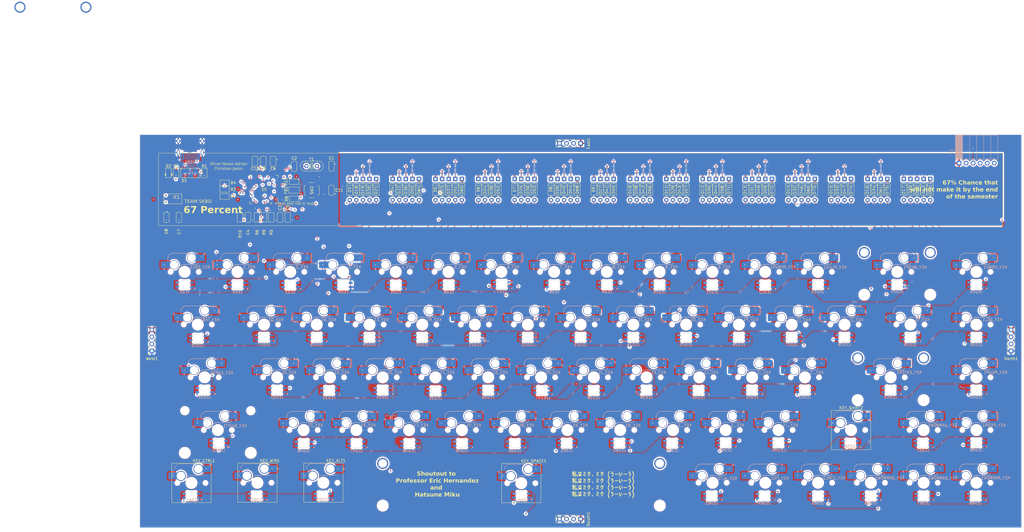
<source format=kicad_pcb>
(kicad_pcb
	(version 20241229)
	(generator "pcbnew")
	(generator_version "9.0")
	(general
		(thickness 1.6)
		(legacy_teardrops no)
	)
	(paper "A3")
	(layers
		(0 "F.Cu" signal)
		(4 "In1.Cu" signal)
		(6 "In2.Cu" signal)
		(2 "B.Cu" signal)
		(9 "F.Adhes" user "F.Adhesive")
		(11 "B.Adhes" user "B.Adhesive")
		(13 "F.Paste" user)
		(15 "B.Paste" user)
		(5 "F.SilkS" user "F.Silkscreen")
		(7 "B.SilkS" user "B.Silkscreen")
		(1 "F.Mask" user)
		(3 "B.Mask" user)
		(17 "Dwgs.User" user "User.Drawings")
		(19 "Cmts.User" user "User.Comments")
		(21 "Eco1.User" user "User.Eco1")
		(23 "Eco2.User" user "User.Eco2")
		(25 "Edge.Cuts" user)
		(27 "Margin" user)
		(31 "F.CrtYd" user "F.Courtyard")
		(29 "B.CrtYd" user "B.Courtyard")
		(35 "F.Fab" user)
		(33 "B.Fab" user)
		(39 "User.1" user)
		(41 "User.2" user)
		(43 "User.3" user)
		(45 "User.4" user)
		(47 "User.5" user)
		(49 "User.6" user)
		(51 "User.7" user)
		(53 "User.8" user)
		(55 "User.9" user)
	)
	(setup
		(stackup
			(layer "F.SilkS"
				(type "Top Silk Screen")
			)
			(layer "F.Paste"
				(type "Top Solder Paste")
			)
			(layer "F.Mask"
				(type "Top Solder Mask")
				(thickness 0.01)
			)
			(layer "F.Cu"
				(type "copper")
				(thickness 0.035)
			)
			(layer "dielectric 1"
				(type "prepreg")
				(thickness 0.1)
				(material "FR4")
				(epsilon_r 4.5)
				(loss_tangent 0.02)
			)
			(layer "In1.Cu"
				(type "copper")
				(thickness 0.035)
			)
			(layer "dielectric 2"
				(type "core")
				(thickness 1.24)
				(material "FR4")
				(epsilon_r 4.5)
				(loss_tangent 0.02)
			)
			(layer "In2.Cu"
				(type "copper")
				(thickness 0.035)
			)
			(layer "dielectric 3"
				(type "prepreg")
				(thickness 0.1)
				(material "FR4")
				(epsilon_r 4.5)
				(loss_tangent 0.02)
			)
			(layer "B.Cu"
				(type "copper")
				(thickness 0.035)
			)
			(layer "B.Mask"
				(type "Bottom Solder Mask")
				(thickness 0.01)
			)
			(layer "B.Paste"
				(type "Bottom Solder Paste")
			)
			(layer "B.SilkS"
				(type "Bottom Silk Screen")
			)
			(copper_finish "HAL lead-free")
			(dielectric_constraints no)
		)
		(pad_to_mask_clearance 0)
		(allow_soldermask_bridges_in_footprints no)
		(tenting front back)
		(grid_origin 44.85125 47.625)
		(pcbplotparams
			(layerselection 0x00000000_00000000_55555555_5755f5ff)
			(plot_on_all_layers_selection 0x00000000_00000000_00000000_00000000)
			(disableapertmacros no)
			(usegerberextensions no)
			(usegerberattributes yes)
			(usegerberadvancedattributes yes)
			(creategerberjobfile yes)
			(dashed_line_dash_ratio 12.000000)
			(dashed_line_gap_ratio 3.000000)
			(svgprecision 4)
			(plotframeref no)
			(mode 1)
			(useauxorigin no)
			(hpglpennumber 1)
			(hpglpenspeed 20)
			(hpglpendiameter 15.000000)
			(pdf_front_fp_property_popups yes)
			(pdf_back_fp_property_popups yes)
			(pdf_metadata yes)
			(pdf_single_document no)
			(dxfpolygonmode yes)
			(dxfimperialunits yes)
			(dxfusepcbnewfont yes)
			(psnegative no)
			(psa4output no)
			(plot_black_and_white yes)
			(sketchpadsonfab no)
			(plotpadnumbers no)
			(hidednponfab no)
			(sketchdnponfab yes)
			(crossoutdnponfab yes)
			(subtractmaskfromsilk no)
			(outputformat 1)
			(mirror no)
			(drillshape 1)
			(scaleselection 1)
			(outputdirectory "")
		)
	)
	(net 0 "")
	(net 1 "GND")
	(net 2 "+3.3V")
	(net 3 "+5V")
	(net 4 "Net-(D3-A)")
	(net 5 "Net-(D4-A)")
	(net 6 "Net-(D5-A)")
	(net 7 "Net-(D6-A)")
	(net 8 "Net-(D7-A)")
	(net 9 "Net-(D8-A)")
	(net 10 "Net-(D9-A)")
	(net 11 "Net-(D10-A)")
	(net 12 "Net-(D11-A)")
	(net 13 "Net-(D12-A)")
	(net 14 "Net-(D13-A)")
	(net 15 "Net-(D14-A)")
	(net 16 "Net-(D15-A)")
	(net 17 "Net-(D16-A)")
	(net 18 "Net-(D17-A)")
	(net 19 "Net-(D18-A)")
	(net 20 "Net-(D19-A)")
	(net 21 "Net-(D20-A)")
	(net 22 "Net-(D21-A)")
	(net 23 "Net-(D22-A)")
	(net 24 "Net-(D23-A)")
	(net 25 "Net-(D29-A)")
	(net 26 "Net-(D30-A)")
	(net 27 "Net-(D31-A)")
	(net 28 "Net-(D32-A)")
	(net 29 "Net-(D33-A)")
	(net 30 "Net-(D24-A)")
	(net 31 "Net-(D25-A)")
	(net 32 "Net-(D26-A)")
	(net 33 "Net-(D27-A)")
	(net 34 "Net-(D28-A)")
	(net 35 "Net-(D34-A)")
	(net 36 "/COL2")
	(net 37 "/COL3")
	(net 38 "/COL4")
	(net 39 "/COL5")
	(net 40 "/COL1")
	(net 41 "Net-(LED1-DOUT)")
	(net 42 "/RGB_DATAIN")
	(net 43 "Net-(U1-OSCIN)")
	(net 44 "Net-(U1-OSCOUT)")
	(net 45 "Net-(U1-VCAP)")
	(net 46 "/NRST")
	(net 47 "/D+")
	(net 48 "/D-")
	(net 49 "/ROW1")
	(net 50 "/ROW2")
	(net 51 "/ROW3")
	(net 52 "/ROW4")
	(net 53 "/ROW5")
	(net 54 "Net-(D35-A)")
	(net 55 "/UART_TX_EAST")
	(net 56 "/UART_RX_EAST")
	(net 57 "Net-(U1-VDDA)")
	(net 58 "Net-(D36-A)")
	(net 59 "Net-(D37-A)")
	(net 60 "Net-(D38-A)")
	(net 61 "Net-(D39-A)")
	(net 62 "Net-(D40-A)")
	(net 63 "Net-(D41-A)")
	(net 64 "Net-(D42-A)")
	(net 65 "Net-(D43-A)")
	(net 66 "Net-(D44-A)")
	(net 67 "Net-(D45-A)")
	(net 68 "Net-(D46-A)")
	(net 69 "Net-(D47-A)")
	(net 70 "Net-(D48-A)")
	(net 71 "Net-(D50-A)")
	(net 72 "Net-(D51-A)")
	(net 73 "Net-(D52-A)")
	(net 74 "Net-(D53-A)")
	(net 75 "Net-(D54-A)")
	(net 76 "Net-(D55-A)")
	(net 77 "Net-(D56-A)")
	(net 78 "Net-(D57-A)")
	(net 79 "Net-(D58-A)")
	(net 80 "/UART_TX_NORTH")
	(net 81 "/UART_RX_NORTH")
	(net 82 "Net-(USB1-CC2)")
	(net 83 "Net-(USB1-CC1)")
	(net 84 "Net-(U1-PA11)")
	(net 85 "Net-(U1-PA12)")
	(net 86 "Net-(U1-BOOT)")
	(net 87 "/JTCLK")
	(net 88 "Net-(J1-Pin_2)")
	(net 89 "/JTMS")
	(net 90 "Net-(J1-Pin_4)")
	(net 91 "Net-(J1-Pin_5)")
	(net 92 "Net-(J1-Pin_6)")
	(net 93 "/SWO")
	(net 94 "/UART_TX_SOUTH")
	(net 95 "/UART_RX_SOUTH")
	(net 96 "unconnected-(U1-PB12-Pad33)")
	(net 97 "AGND")
	(net 98 "Net-(D59-A)")
	(net 99 "/UART_TX_WEST")
	(net 100 "unconnected-(U1-PC14-Pad3)")
	(net 101 "unconnected-(U1-PC15-Pad4)")
	(net 102 "Net-(D60-A)")
	(net 103 "Net-(D61-A)")
	(net 104 "Net-(D62-A)")
	(net 105 "unconnected-(U1-PC1-Pad9)")
	(net 106 "unconnected-(U1-PC3-Pad11)")
	(net 107 "Net-(D64-A)")
	(net 108 "unconnected-(U1-PC2-Pad10)")
	(net 109 "Net-(D65-A)")
	(net 110 "Net-(D68-A)")
	(net 111 "/UART_RX_WEST")
	(net 112 "Net-(D71-A)")
	(net 113 "Net-(D72-A)")
	(net 114 "Net-(D73-A)")
	(net 115 "unconnected-(U1-PC0-Pad8)")
	(net 116 "unconnected-(U1-PC13-Pad2)")
	(net 117 "Net-(D2-A)")
	(net 118 "unconnected-(USB1-SBU2-Pad3)")
	(net 119 "unconnected-(USB1-SBU1-Pad9)")
	(net 120 "unconnected-(U1-PB8-Pad61)")
	(net 121 "unconnected-(U1-PB9-Pad62)")
	(net 122 "Net-(D74-A)")
	(net 123 "Net-(D75-A)")
	(net 124 "Net-(D76-A)")
	(net 125 "/COL12")
	(net 126 "/COL9")
	(net 127 "/COL10")
	(net 128 "/COL11")
	(net 129 "/COL6")
	(net 130 "/COL7")
	(net 131 "/COL8")
	(net 132 "/COL14")
	(net 133 "/COL13")
	(net 134 "/COL15")
	(net 135 "unconnected-(U1-PC4-Pad24)")
	(net 136 "Net-(LED2-DOUT)")
	(net 137 "Net-(LED3-DOUT)")
	(net 138 "Net-(LED4-DOUT)")
	(net 139 "Net-(LED5-DOUT)")
	(net 140 "Net-(LED6-DOUT)")
	(net 141 "Net-(LED7-DOUT)")
	(net 142 "Net-(LED8-DOUT)")
	(net 143 "Net-(LED10-DIN)")
	(net 144 "Net-(LED10-DOUT)")
	(net 145 "Net-(LED11-DOUT)")
	(net 146 "Net-(LED12-DOUT)")
	(net 147 "Net-(LED13-DOUT)")
	(net 148 "Net-(LED14-DOUT)")
	(net 149 "Net-(LED15-DOUT)")
	(net 150 "Net-(LED16-DOUT)")
	(net 151 "Net-(LED17-DOUT)")
	(net 152 "Net-(LED18-DOUT)")
	(net 153 "Net-(LED19-DOUT)")
	(net 154 "Net-(LED20-DOUT)")
	(net 155 "Net-(LED21-DOUT)")
	(net 156 "Net-(LED22-DOUT)")
	(net 157 "Net-(LED23-DOUT)")
	(net 158 "Net-(LED24-DOUT)")
	(net 159 "Net-(LED25-DOUT)")
	(net 160 "Net-(LED26-DOUT)")
	(net 161 "Net-(LED27-DOUT)")
	(net 162 "Net-(LED28-DOUT)")
	(net 163 "Net-(LED29-DOUT)")
	(net 164 "Net-(LED30-DOUT)")
	(net 165 "Net-(LED31-DOUT)")
	(net 166 "Net-(LED32-DOUT)")
	(net 167 "Net-(LED33-DOUT)")
	(net 168 "Net-(LED34-DOUT)")
	(net 169 "Net-(LED35-DOUT)")
	(net 170 "Net-(LED36-DOUT)")
	(net 171 "Net-(LED37-DOUT)")
	(net 172 "Net-(LED38-DOUT)")
	(net 173 "Net-(LED39-DOUT)")
	(net 174 "Net-(LED40-DOUT)")
	(net 175 "Net-(LED41-DOUT)")
	(net 176 "Net-(LED42-DOUT)")
	(net 177 "Net-(LED43-DOUT)")
	(net 178 "Net-(LED44-DOUT)")
	(net 179 "Net-(LED45-DOUT)")
	(net 180 "Net-(LED46-DOUT)")
	(net 181 "Net-(LED47-DOUT)")
	(net 182 "Net-(LED48-DOUT)")
	(net 183 "Net-(LED49-DOUT)")
	(net 184 "Net-(LED50-DOUT)")
	(net 185 "Net-(LED51-DOUT)")
	(net 186 "Net-(LED52-DOUT)")
	(net 187 "Net-(LED53-DOUT)")
	(net 188 "Net-(LED54-DOUT)")
	(net 189 "Net-(LED55-DOUT)")
	(net 190 "Net-(LED56-DOUT)")
	(net 191 "Net-(LED57-DOUT)")
	(net 192 "Net-(LED58-DOUT)")
	(net 193 "Net-(LED59-DOUT)")
	(net 194 "Net-(LED60-DOUT)")
	(net 195 "Net-(LED61-DOUT)")
	(net 196 "Net-(LED62-DOUT)")
	(net 197 "Net-(LED63-DOUT)")
	(net 198 "Net-(LED64-DOUT)")
	(net 199 "Net-(LED65-DOUT)")
	(net 200 "Net-(LED66-DOUT)")
	(net 201 "Net-(LED67-DOUT)")
	(net 202 "unconnected-(LED68-DOUT-Pad2)")
	(net 203 "unconnected-(U1-PA6-Pad22)")
	(net 204 "unconnected-(U1-PA4-Pad20)")
	(net 205 "unconnected-(U1-PA7-Pad23)")
	(footprint "PCM_Resistor_SMD_AKL:R_0805_2012Metric" (layer "F.Cu") (at 87.6083 77.925 90))
	(footprint "PCM_4ms_Diode:D_DO-35_P7.62mm_Horizontal" (layer "F.Cu") (at 141.2919 67.8656 -90))
	(footprint "PCM_Capacitor_SMD_AKL:C_0805_2012Metric" (layer "F.Cu") (at 54.8513 77.95 90))
	(footprint "PCM_4ms_Diode:D_DO-35_P7.62mm_Horizontal" (layer "F.Cu") (at 216.3013 67.8656 -90))
	(footprint "PCM_4ms_Diode:D_DO-35_P7.62mm_Horizontal" (layer "F.Cu") (at 257.9731 67.8656 -90))
	(footprint "PCM_4ms_Diode:D_DO-35_P7.62mm_Horizontal" (layer "F.Cu") (at 172.2481 67.8656 -90))
	(footprint "PCM_4ms_Diode:D_DO-35_P7.62mm_Horizontal" (layer "F.Cu") (at 138.9106 67.8656 -90))
	(footprint "PCM_marbastlib-mx:STAB_MX_P_2u" (layer "F.Cu") (at 318.695 97.6312))
	(footprint "PCM_4ms_Diode:D_DO-35_P7.62mm_Horizontal" (layer "F.Cu") (at 237.7325 67.8656 -90))
	(footprint "PCM_Resistor_SMD_AKL:R_0805_2012Metric" (layer "F.Cu") (at 100.9513 65.025))
	(footprint "PCM_4ms_Diode:D_DO-35_P7.62mm_Horizontal" (layer "F.Cu") (at 123.4325 67.8656 -90))
	(footprint "PCM_4ms_Diode:D_DO-35_P7.62mm_Horizontal" (layer "F.Cu") (at 121.0513 67.8656 -90))
	(footprint "PCM_Switch_Keyboard_Hotswap_Kailh:SW_Hotswap_Kailh_MX_Plated_1.25u" (layer "F.Cu") (at 63.9013 173.8939))
	(footprint "PCM_4ms_Diode:D_DO-35_P7.62mm_Horizontal" (layer "F.Cu") (at 154.3888 67.8656 -90))
	(footprint "PCM_Switch_Keyboard_Hotswap_Kailh:SW_Hotswap_Kailh_MX_Plated_1.25u" (layer "F.Cu") (at 182.9638 173.99))
	(footprint "PCM_4ms_Diode:D_DO-35_P7.62mm_Horizontal" (layer "F.Cu") (at 271.07 67.8656 -90))
	(footprint "PCM_4ms_Diode:D_DO-35_P7.62mm_Horizontal" (layer "F.Cu") (at 161.5325 67.8656 -90))
	(footprint "Connector_PinSocket_2.54mm:PinSocket_1x04_P2.54mm_Vertical" (layer "F.Cu") (at 359.7718 126.2063 180))
	(footprint "PCM_Resistor_SMD_AKL:R_0805_2012Metric" (layer "F.Cu") (at 92.7083 77.925 90))
	(footprint "PCM_Resistor_SMD_AKL:R_0805_2012Metric" (layer "F.Cu") (at 81.4763 77.925 90))
	(footprint "Connector_PinSocket_2.54mm:PinSocket_1x04_P2.54mm_Vertical" (layer "F.Cu") (at 49.6138 126.2063 180))
	(footprint "PCM_4ms_Diode:D_DO-35_P7.62mm_Horizontal" (layer "F.Cu") (at 198.4419 67.8656 -90))
	(footprint "PCM_4ms_Diode:D_DO-35_P7.62mm_Horizontal" (layer "F.Cu") (at 196.0606 67.8656 -90))
	(footprint "PCM_4ms_Diode:D_DO-35_P7.62mm_Horizontal" (layer "F.Cu") (at 328.22 67.8656 -90))
	(footprint "PCM_4ms_Diode:D_DO-35_P7.62mm_Horizontal" (layer "F.Cu") (at 321.0763 67.8656 -90))
	(footprint "PCM_4ms_Diode:D_DO-35_P7.62mm_Horizontal" (layer "F.Cu") (at 279.4044 67.8656 -90))
	(footprint "PCM_4ms_Diode:D_DO-35_P7.62mm_Horizontal" (layer "F.Cu") (at 227.0169 67.8656 -90))
	(footprint "PCM_4ms_Diode:D_DO-35_P7.62mm_Horizontal" (layer "F.Cu") (at 297.2638 67.8656 -90))
	(footprint "PCM_4ms_Diode:D_DO-35_P7.62mm_Horizontal" (layer "F.Cu") (at 323.4575 67.8656 -90))
	(footprint "PCM_4ms_Diode:D_DO-35_P7.62mm_Horizontal" (layer "F.Cu") (at 273.4513 67.8656 -90))
	(footprint "PCM_4ms_Diode:D_DO-35_P7.62mm_Horizontal" (layer "F.Cu") (at 248.4481 67.8656 -90))
	(footprint "PCM_4ms_Diode:D_DO-35_P7.62mm_Horizontal" (layer "F.Cu") (at 253.2106 67.8656 -90))
	(footprint "PCM_marbastlib-mx:STAB_MX_2.25u" (layer "F.Cu") (at 73.4263 154.7812))
	(footprint "PCM_4ms_Diode:D_DO-35_P7.62mm_Horizontal" (layer "F.Cu") (at 136.5294 67.8656 -90))
	(footprint "PCM_marbastlib-mx:STAB_MX_P_6.25u" (layer "F.Cu") (at 182.9638 173.8312))
	(footprint "PCM_Resistor_SMD_AKL:R_0805_2012Metric"
		(layer "F.Cu")
		(uuid "45702056-2079-4cd0-8c9e-0175dc08c50b")
		(at 75.8763 67.8656 180)
		(descr "Resistor SMD 0805 (2012 Metric), square (rectangular) end terminal, IPC_7351 nominal, (Body size source: IPC-SM-782 page 72, https://www.pcb-3d.com/wordpress/wp-content/uploads/ipc-sm-782a_amendment_1_and_2.pdf), Alternate KiCad Library")
		(tags "resistor")
		(property "Reference" "R3"
			(at -3.12495 0 0)
			(layer "F.SilkS")
			(uuid "b39a19be-20af-482d-99d0-776415c908eb")
			(effects
				(font
					(size 1 1)
					(thickness 0.15)
				)
			)
		)
		(property "Value" "22"
			(at 0 1.65 0)
			(layer "F.Fab")
			(hide yes)
			(uuid "b6988a23-f89c-4814-8f82-91e4dfa61c61")
			(effects
				(font
					(size 1 1)
					(thickness 0.15)
				)
			)
		)
		(property "Datasheet" "~"
			(at 0 0 0)
			(layer "F.Fab")
			(hide yes)
			(uuid "66925bce-6524-40e9-8876-90597aa20c75")
			(effects
				(font
					(size 1.27 1.27)
					(thickness 0.15)
				)
			)
		)
		(property "Description" "SMD 0805 Chip Resistor, European Symbol, Alternate KiCad Library"
			(at 0 0 0)
			(layer "F.Fab")
			(hide yes)
			(uuid "63413056-7461-4741-af05-0c1b44c49ce5")
			(effects
				(font
					(size 1.27 1.27)
					(thickness 0.15)
				)
			)
		)
		(property ki_fp_filters "R_*")
		(path "/9a64bac4-da04-48a9-9702-7209f655d06c")
		(sheetname "/")
		(sheetfile "68percent.kicad_sch")
		(attr smd)
		(fp_line
			(start 1.7 1)
			(end 1.7 -1)
			(stroke
				(width 0.12)
				(type solid)
			)
			(layer "F.SilkS")
			(uuid "c11c4e4c-1f8c-4379-a18a-7c0e72ac4314")
		)
		(fp_line
			(start 1.7 -1)
			(end -1.7 -1)
			(stroke
				(width 0.12)
				(type solid)
			)
			(layer "F.SilkS")
			(uuid "6dcb7353-815a-4417-8217-9d8b682c82a0")
		)
		(fp_line
			(start -1.7 1)
			(end 1.7 1)
			(stroke
				(width 0.12)
				(type solid)
			)
			(layer "F.SilkS")
			(uuid "9cf61ecd-cabe-4959-adac-c45668608674")
		)
		(fp_line
			(start -1.7 -1)
			(end -1.7 1)
			(stroke
				(width 0.12)
				(type solid)
			)
			(layer "F.SilkS")
			(uuid "ce5bef54-8832-45d9-af0d-a3e8806436f2")
		)
		(fp_line
			(start 1.68 0.95)
			(end -1.68 0.95)
			(stroke
				(width 0
... [6413246 chars truncated]
</source>
